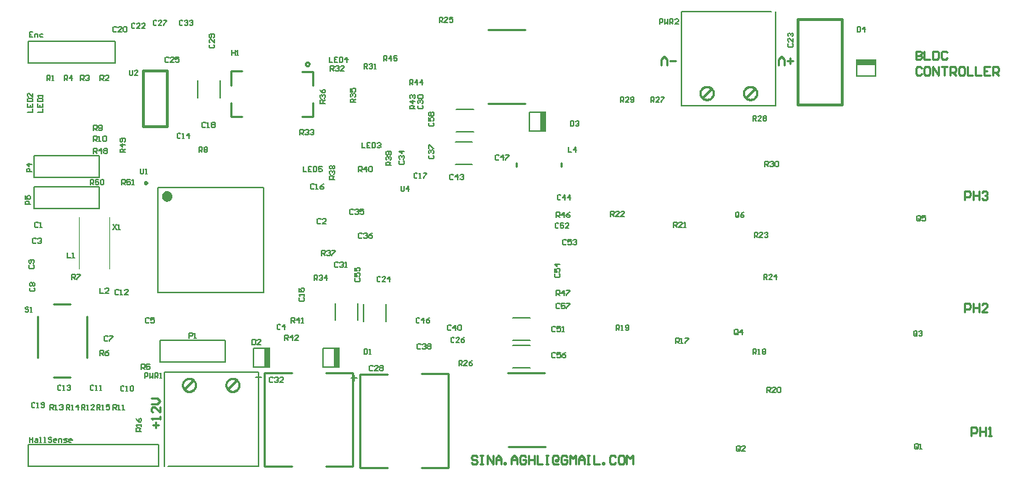
<source format=gto>
%FSTAX23Y23*%
%MOIN*%
%SFA1B1*%

%IPPOS*%
%ADD40C,0.010000*%
%ADD55C,0.023620*%
%ADD56C,0.009840*%
%ADD57C,0.007870*%
%ADD58C,0.011810*%
%ADD59C,0.005910*%
%ADD60C,0.003940*%
%ADD61C,0.007090*%
%ADD62R,0.031500X0.094490*%
%ADD63R,0.094490X0.031500*%
%LNpcbbldcdriver-1*%
%LPD*%
G54D40*
X04768Y03626D02*
D01*
X04768Y03628*
X04767Y03631*
X04767Y03633*
X04767Y03635*
X04766Y03637*
X04765Y03639*
X04764Y03641*
X04763Y03642*
X04762Y03644*
X04761Y03646*
X04759Y03647*
X04758Y03649*
X04756Y0365*
X04754Y03651*
X04753Y03652*
X04751Y03653*
X04749Y03654*
X04747Y03655*
X04745Y03656*
X04743Y03656*
X04741Y03656*
X04739Y03656*
X04737*
X04735Y03656*
X04732Y03656*
X0473Y03656*
X04728Y03655*
X04726Y03654*
X04724Y03653*
X04723Y03652*
X04721Y03651*
X04719Y0365*
X04718Y03649*
X04716Y03647*
X04715Y03646*
X04713Y03644*
X04712Y03642*
X04711Y03641*
X0471Y03639*
X04709Y03637*
X04709Y03635*
X04708Y03633*
X04708Y03631*
X04708Y03628*
X04708Y03626*
X04708Y03624*
X04708Y03622*
X04708Y0362*
X04709Y03618*
X04709Y03616*
X0471Y03614*
X04711Y03612*
X04712Y0361*
X04713Y03609*
X04715Y03607*
X04716Y03606*
X04718Y03604*
X04719Y03603*
X04721Y03601*
X04723Y036*
X04724Y03599*
X04726Y03599*
X04728Y03598*
X0473Y03597*
X04732Y03597*
X04735Y03596*
X04737Y03596*
X04739*
X04741Y03596*
X04743Y03597*
X04745Y03597*
X04747Y03598*
X04749Y03599*
X04751Y03599*
X04753Y036*
X04754Y03601*
X04756Y03603*
X04758Y03604*
X04759Y03606*
X04761Y03607*
X04762Y03609*
X04763Y0361*
X04764Y03612*
X04765Y03614*
X04766Y03616*
X04767Y03618*
X04767Y0362*
X04767Y03622*
X04768Y03624*
X04768Y03626*
X04968D02*
D01*
X04968Y03628*
X04967Y03631*
X04967Y03633*
X04967Y03635*
X04966Y03637*
X04965Y03639*
X04964Y03641*
X04963Y03642*
X04962Y03644*
X04961Y03646*
X04959Y03647*
X04958Y03649*
X04956Y0365*
X04954Y03651*
X04953Y03652*
X04951Y03653*
X04949Y03654*
X04947Y03655*
X04945Y03656*
X04943Y03656*
X04941Y03656*
X04939Y03656*
X04937*
X04935Y03656*
X04932Y03656*
X0493Y03656*
X04928Y03655*
X04926Y03654*
X04924Y03653*
X04923Y03652*
X04921Y03651*
X04919Y0365*
X04918Y03649*
X04916Y03647*
X04915Y03646*
X04913Y03644*
X04912Y03642*
X04911Y03641*
X0491Y03639*
X04909Y03637*
X04909Y03635*
X04908Y03633*
X04908Y03631*
X04908Y03628*
X04908Y03626*
X04908Y03624*
X04908Y03622*
X04908Y0362*
X04909Y03618*
X04909Y03616*
X0491Y03614*
X04911Y03612*
X04912Y0361*
X04913Y03609*
X04915Y03607*
X04916Y03606*
X04918Y03604*
X04919Y03603*
X04921Y03601*
X04923Y036*
X04924Y03599*
X04926Y03599*
X04928Y03598*
X0493Y03597*
X04932Y03597*
X04935Y03596*
X04937Y03596*
X04939*
X04941Y03596*
X04943Y03597*
X04945Y03597*
X04947Y03598*
X04949Y03599*
X04951Y03599*
X04953Y036*
X04954Y03601*
X04956Y03603*
X04958Y03604*
X04959Y03606*
X04961Y03607*
X04962Y03609*
X04963Y0361*
X04964Y03612*
X04965Y03614*
X04966Y03616*
X04967Y03618*
X04967Y0362*
X04967Y03622*
X04968Y03624*
X04968Y03626*
X03861Y03304D02*
D01*
X0386Y03296*
X0386Y03289*
X0386Y03289*
X04069Y03287D02*
D01*
X04069Y03295*
X04069Y03302*
X04068Y03305*
X02907Y03761D02*
D01*
X02907Y03761*
X02907Y03762*
X02907Y03762*
X02906Y03763*
X02906Y03763*
X02906Y03764*
X02906Y03764*
X02905Y03765*
X02905Y03765*
X02905Y03766*
X02904Y03766*
X02904Y03767*
X02904Y03767*
X02903Y03767*
X02903Y03768*
X02902Y03768*
X02902Y03768*
X02901Y03768*
X029Y03769*
X029Y03769*
X02899Y03769*
X02899Y03769*
X02898*
X02898Y03769*
X02897Y03769*
X02897Y03769*
X02896Y03768*
X02895Y03768*
X02895Y03768*
X02894Y03768*
X02894Y03767*
X02893Y03767*
X02893Y03767*
X02893Y03766*
X02892Y03766*
X02892Y03765*
X02892Y03765*
X02891Y03764*
X02891Y03764*
X02891Y03763*
X02891Y03763*
X0289Y03762*
X0289Y03762*
X0289Y03761*
X0289Y03761*
X0289Y0376*
X0289Y03759*
X0289Y03759*
X02891Y03758*
X02891Y03758*
X02891Y03757*
X02891Y03757*
X02892Y03756*
X02892Y03756*
X02892Y03755*
X02893Y03755*
X02893Y03754*
X02893Y03754*
X02894Y03754*
X02894Y03753*
X02895Y03753*
X02895Y03753*
X02896Y03753*
X02897Y03752*
X02897Y03752*
X02898Y03752*
X02898Y03752*
X02899*
X02899Y03752*
X029Y03752*
X029Y03752*
X02901Y03753*
X02902Y03753*
X02902Y03753*
X02903Y03753*
X02903Y03754*
X02904Y03754*
X02904Y03754*
X02904Y03755*
X02905Y03755*
X02905Y03756*
X02905Y03756*
X02906Y03757*
X02906Y03757*
X02906Y03758*
X02906Y03758*
X02907Y03759*
X02907Y03759*
X02907Y0376*
X02907Y03761*
X02585Y02283D02*
D01*
X02584Y02285*
X02584Y02287*
X02584Y02289*
X02583Y02291*
X02583Y02293*
X02582Y02295*
X02581Y02297*
X0258Y02299*
X02579Y023*
X02578Y02302*
X02576Y02303*
X02575Y02305*
X02573Y02306*
X02571Y02308*
X0257Y02309*
X02568Y0231*
X02566Y0231*
X02564Y02311*
X02562Y02312*
X0256Y02312*
X02558Y02313*
X02556Y02313*
X02553*
X02551Y02313*
X02549Y02312*
X02547Y02312*
X02545Y02311*
X02543Y0231*
X02541Y0231*
X02539Y02309*
X02538Y02308*
X02536Y02306*
X02534Y02305*
X02533Y02303*
X02531Y02302*
X0253Y023*
X02529Y02299*
X02528Y02297*
X02527Y02295*
X02526Y02293*
X02526Y02291*
X02525Y02289*
X02525Y02287*
X02525Y02285*
X02524Y02283*
X02525Y02281*
X02525Y02278*
X02525Y02276*
X02526Y02274*
X02526Y02272*
X02527Y0227*
X02528Y02268*
X02529Y02267*
X0253Y02265*
X02531Y02263*
X02533Y02262*
X02534Y0226*
X02536Y02259*
X02538Y02258*
X02539Y02257*
X02541Y02256*
X02543Y02255*
X02545Y02254*
X02547Y02253*
X02549Y02253*
X02551Y02253*
X02553Y02253*
X02556*
X02558Y02253*
X0256Y02253*
X02562Y02253*
X02564Y02254*
X02566Y02255*
X02568Y02256*
X0257Y02257*
X02571Y02258*
X02573Y02259*
X02575Y0226*
X02576Y02262*
X02578Y02263*
X02579Y02265*
X0258Y02267*
X02581Y02268*
X02582Y0227*
X02583Y02272*
X02583Y02274*
X02584Y02276*
X02584Y02278*
X02584Y02281*
X02585Y02283*
X02385D02*
D01*
X02384Y02285*
X02384Y02287*
X02384Y02289*
X02383Y02291*
X02383Y02293*
X02382Y02295*
X02381Y02297*
X0238Y02299*
X02379Y023*
X02378Y02302*
X02376Y02303*
X02375Y02305*
X02373Y02306*
X02371Y02308*
X0237Y02309*
X02368Y0231*
X02366Y0231*
X02364Y02311*
X02362Y02312*
X0236Y02312*
X02358Y02313*
X02356Y02313*
X02353*
X02351Y02313*
X02349Y02312*
X02347Y02312*
X02345Y02311*
X02343Y0231*
X02341Y0231*
X02339Y02309*
X02338Y02308*
X02336Y02306*
X02334Y02305*
X02333Y02303*
X02331Y02302*
X0233Y023*
X02329Y02299*
X02328Y02297*
X02327Y02295*
X02326Y02293*
X02326Y02291*
X02325Y02289*
X02325Y02287*
X02325Y02285*
X02324Y02283*
X02325Y02281*
X02325Y02278*
X02325Y02276*
X02326Y02274*
X02326Y02272*
X02327Y0227*
X02328Y02268*
X02329Y02267*
X0233Y02265*
X02331Y02263*
X02333Y02262*
X02334Y0226*
X02336Y02259*
X02338Y02258*
X02339Y02257*
X02341Y02256*
X02343Y02255*
X02345Y02254*
X02347Y02253*
X02349Y02253*
X02351Y02253*
X02353Y02253*
X02356*
X02358Y02253*
X0236Y02253*
X02362Y02253*
X02364Y02254*
X02366Y02255*
X02368Y02256*
X0237Y02257*
X02371Y02258*
X02373Y02259*
X02375Y0226*
X02376Y02262*
X02378Y02263*
X02379Y02265*
X0238Y02267*
X02381Y02268*
X02382Y0227*
X02383Y02272*
X02383Y02274*
X02384Y02276*
X02384Y02278*
X02384Y02281*
X02385Y02283*
X04718Y03605D02*
X04758Y03645D01*
X04918Y03605D02*
X04958Y03645D01*
X03142Y01903D02*
X03266D01*
X03423D02*
X03547D01*
X03142D02*
Y02332D01*
Y02333D02*
X03266D01*
X03549Y01905D02*
Y02334D01*
X03423Y02334D02*
X03547D01*
X02702Y01907D02*
X02826D01*
X02983D02*
X03107D01*
X02702D02*
Y02336D01*
Y02337D02*
X02826D01*
X03109Y01909D02*
Y02338D01*
X02983Y02338D02*
X03107D01*
X01883Y0241D02*
Y02597D01*
X01732Y02318D02*
X01808D01*
X01657Y0241D02*
Y02597D01*
X01732Y02656D02*
X01808D01*
X02549Y03517D02*
X02599D01*
X02549D02*
Y03581D01*
Y03727D02*
X02599D01*
X02549Y03663D02*
Y03727D01*
X02875Y03517D02*
X02925D01*
Y03581*
Y03661D02*
Y03725D01*
X02875D02*
X02925D01*
X02535Y02265D02*
X02575Y02305D01*
X02335Y02265D02*
X02375Y02305D01*
X03731Y03919D02*
X03901D01*
X03732Y03577D02*
X03902D01*
X03822Y02339D02*
X03992D01*
X03823Y01997D02*
X03993D01*
X057Y0382D02*
Y03781D01*
X05719*
X05726Y03787*
Y03794*
X05719Y038*
X057*
X05719*
X05726Y03807*
Y03814*
X05719Y0382*
X057*
X05739D02*
Y03781D01*
X05765*
X05778Y0382D02*
Y03781D01*
X05798*
X05804Y03787*
Y03814*
X05798Y0382*
X05778*
X05844Y03814D02*
X05837Y0382D01*
X05824*
X05818Y03814*
Y03787*
X05824Y03781*
X05837*
X05844Y03787*
X05726Y03742D02*
X05719Y03749D01*
X05706*
X057Y03742*
Y03716*
X05706Y0371*
X05719*
X05726Y03716*
X05759Y03749D02*
X05745D01*
X05739Y03742*
Y03716*
X05745Y0371*
X05759*
X05765Y03716*
Y03742*
X05759Y03749*
X05778Y0371D02*
Y03749D01*
X05804Y0371*
Y03749*
X05818D02*
X05844D01*
X05831*
Y0371*
X05857D02*
Y03749D01*
X05877*
X05883Y03742*
Y03729*
X05877Y03723*
X05857*
X0587D02*
X05883Y0371D01*
X05916Y03749D02*
X05903D01*
X05896Y03742*
Y03716*
X05903Y0371*
X05916*
X05923Y03716*
Y03742*
X05916Y03749*
X05936D02*
Y0371D01*
X05962*
X05975Y03749D02*
Y0371D01*
X06001*
X06041Y03749D02*
X06014D01*
Y0371*
X06041*
X06014Y03729D02*
X06027D01*
X06054Y0371D02*
Y03749D01*
X06073*
X0608Y03742*
Y03729*
X06073Y03723*
X06054*
X06067D02*
X0608Y0371D01*
X022Y02085D02*
Y02111D01*
X02187Y02098D02*
X02213D01*
X0222Y02124D02*
Y02137D01*
Y0213*
X0218*
X02187Y02124*
X0222Y02183D02*
Y02157D01*
X02193Y02183*
X02187*
X0218Y02176*
Y02163*
X02187Y02157*
X0218Y02196D02*
X02206D01*
X0222Y02209*
X02206Y02222*
X0218*
X04595Y03775D02*
X04568D01*
X04555Y03755D02*
Y03781D01*
X04542Y03795*
X04529Y03781*
Y03755*
X05135Y03775D02*
X05108D01*
X05121Y03762D02*
Y03788D01*
X05095Y03755D02*
Y03781D01*
X05082Y03795*
X05069Y03781*
Y03755*
X05955Y0205D02*
Y02089D01*
X05974*
X05981Y02082*
Y02069*
X05974Y02063*
X05955*
X05994Y02089D02*
Y0205D01*
Y02069*
X0602*
Y02089*
Y0205*
X06033D02*
X06046D01*
X0604*
Y02089*
X06033Y02082*
X05925Y0262D02*
Y02659D01*
X05944*
X05951Y02652*
Y02639*
X05944Y02633*
X05925*
X05964Y02659D02*
Y0262D01*
Y02639*
X0599*
Y02659*
Y0262*
X06029D02*
X06003D01*
X06029Y02646*
Y02652*
X06023Y02659*
X0601*
X06003Y02652*
X05925Y03135D02*
Y03174D01*
X05944*
X05951Y03167*
Y03154*
X05944Y03148*
X05925*
X05964Y03174D02*
Y03135D01*
Y03154*
X0599*
Y03174*
Y03135*
X06003Y03167D02*
X0601Y03174D01*
X06023*
X06029Y03167*
Y03161*
X06023Y03154*
X06016*
X06023*
X06029Y03148*
Y03141*
X06023Y03135*
X0601*
X06003Y03141*
X03681Y01952D02*
X03674Y01959D01*
X03661*
X03655Y01952*
Y01946*
X03661Y01939*
X03674*
X03681Y01933*
Y01926*
X03674Y0192*
X03661*
X03655Y01926*
X03694Y01959D02*
X03707D01*
X037*
Y0192*
X03694*
X03707*
X03727D02*
Y01959D01*
X03753Y0192*
Y01959*
X03766Y0192D02*
Y01946D01*
X03779Y01959*
X03792Y01946*
Y0192*
Y01939*
X03766*
X03805Y0192D02*
Y01926D01*
X03812*
Y0192*
X03805*
X03838D02*
Y01946D01*
X03851Y01959*
X03864Y01946*
Y0192*
Y01939*
X03838*
X03904Y01952D02*
X03897Y01959D01*
X03884*
X03878Y01952*
Y01926*
X03884Y0192*
X03897*
X03904Y01926*
Y01939*
X03891*
X03917Y01959D02*
Y0192D01*
Y01939*
X03943*
Y01959*
Y0192*
X03956Y01959D02*
Y0192D01*
X03982*
X03996Y01959D02*
X04009D01*
X04002*
Y0192*
X03996*
X04009*
X04048Y01933D02*
Y01939D01*
X04042*
Y01933*
X04048*
X04055Y01939*
Y01952*
X04048Y01959*
X04035*
X04028Y01952*
Y01926*
X04035Y0192*
X04055*
X04094Y01952D02*
X04087Y01959D01*
X04074*
X04068Y01952*
Y01926*
X04074Y0192*
X04087*
X04094Y01926*
Y01939*
X04081*
X04107Y0192D02*
Y01959D01*
X0412Y01946*
X04133Y01959*
Y0192*
X04146D02*
Y01946D01*
X0416Y01959*
X04173Y01946*
Y0192*
Y01939*
X04146*
X04186Y01959D02*
X04199D01*
X04192*
Y0192*
X04186*
X04199*
X04219Y01959D02*
Y0192D01*
X04245*
X04258D02*
Y01926D01*
X04265*
Y0192*
X04258*
X04317Y01952D02*
X0431Y01959D01*
X04297*
X04291Y01952*
Y01926*
X04297Y0192*
X0431*
X04317Y01926*
X0435Y01959D02*
X04337D01*
X0433Y01952*
Y01926*
X04337Y0192*
X0435*
X04356Y01926*
Y01952*
X0435Y01959*
X04369Y0192D02*
Y01959D01*
X04383Y01946*
X04396Y01959*
Y0192*
G54D55*
X02263Y03152D02*
D01*
X02263Y03153*
X02263Y03154*
X02263Y03155*
X02263Y03156*
X02263Y03156*
X02262Y03157*
X02262Y03158*
X02262Y03159*
X02261Y03159*
X02261Y0316*
X0226Y0316*
X0226Y03161*
X02259Y03162*
X02258Y03162*
X02258Y03162*
X02257Y03163*
X02256Y03163*
X02255Y03163*
X02254Y03164*
X02254Y03164*
X02253Y03164*
X02252Y03164*
X02251*
X0225Y03164*
X0225Y03164*
X02249Y03164*
X02248Y03163*
X02247Y03163*
X02246Y03163*
X02246Y03162*
X02245Y03162*
X02244Y03162*
X02244Y03161*
X02243Y0316*
X02243Y0316*
X02242Y03159*
X02242Y03159*
X02241Y03158*
X02241Y03157*
X02241Y03156*
X0224Y03156*
X0224Y03155*
X0224Y03154*
X0224Y03153*
X0224Y03152*
X0224Y03151*
X0224Y03151*
X0224Y0315*
X0224Y03149*
X02241Y03148*
X02241Y03147*
X02241Y03147*
X02242Y03146*
X02242Y03145*
X02243Y03145*
X02243Y03144*
X02244Y03143*
X02244Y03143*
X02245Y03142*
X02246Y03142*
X02246Y03142*
X02247Y03141*
X02248Y03141*
X02249Y03141*
X0225Y03141*
X0225Y03141*
X02251Y0314*
X02252*
X02253Y03141*
X02254Y03141*
X02254Y03141*
X02255Y03141*
X02256Y03141*
X02257Y03142*
X02258Y03142*
X02258Y03142*
X02259Y03143*
X0226Y03143*
X0226Y03144*
X02261Y03145*
X02261Y03145*
X02262Y03146*
X02262Y03147*
X02262Y03147*
X02263Y03148*
X02263Y03149*
X02263Y0315*
X02263Y03151*
X02263Y03151*
X02263Y03152*
G54D56*
X0216Y03213D02*
D01*
X0216Y03214*
X0216Y03214*
X0216Y03214*
X0216Y03215*
X0216Y03215*
X0216Y03215*
X0216Y03216*
X02159Y03216*
X02159Y03216*
X02159Y03216*
X02159Y03217*
X02158Y03217*
X02158Y03217*
X02158Y03217*
X02158Y03218*
X02157Y03218*
X02157Y03218*
X02157Y03218*
X02156Y03218*
X02156Y03218*
X02156Y03218*
X02155Y03218*
X02155*
X02155Y03218*
X02154Y03218*
X02154Y03218*
X02154Y03218*
X02153Y03218*
X02153Y03218*
X02153Y03218*
X02152Y03217*
X02152Y03217*
X02152Y03217*
X02152Y03217*
X02151Y03216*
X02151Y03216*
X02151Y03216*
X02151Y03216*
X02151Y03215*
X02151Y03215*
X0215Y03215*
X0215Y03214*
X0215Y03214*
X0215Y03214*
X0215Y03213*
X0215Y03213*
X0215Y03213*
X0215Y03212*
X0215Y03212*
X02151Y03212*
X02151Y03211*
X02151Y03211*
X02151Y03211*
X02151Y0321*
X02151Y0321*
X02152Y0321*
X02152Y0321*
X02152Y03209*
X02152Y03209*
X02153Y03209*
X02153Y03209*
X02153Y03209*
X02154Y03209*
X02154Y03209*
X02154Y03208*
X02155Y03208*
X02155Y03208*
X02155*
X02156Y03208*
X02156Y03208*
X02156Y03209*
X02157Y03209*
X02157Y03209*
X02157Y03209*
X02158Y03209*
X02158Y03209*
X02158Y03209*
X02158Y0321*
X02159Y0321*
X02159Y0321*
X02159Y0321*
X02159Y03211*
X0216Y03211*
X0216Y03211*
X0216Y03212*
X0216Y03212*
X0216Y03212*
X0216Y03213*
X0216Y03213*
X0216Y03213*
G54D57*
X01615Y03765D02*
Y03865D01*
X02015*
X01615Y03765D02*
X02015D01*
Y03865*
X01615Y0201D02*
X02215D01*
X01615Y0191D02*
X02215D01*
Y0201*
X01615Y0191D02*
Y0201D01*
X0462Y04001D02*
X04836D01*
X0462Y03568D02*
Y04001D01*
Y03568D02*
X04836D01*
X05053D02*
Y04001D01*
X04836D02*
X05033D01*
X04836Y03568D02*
X05053D01*
X03261Y02576D02*
Y02654D01*
X03158Y02576D02*
Y02654D01*
X03845Y02363D02*
X03923D01*
X03845Y02466D02*
X03923D01*
X03845Y02488D02*
X03923D01*
X03845Y02591D02*
X03923D01*
X0392Y03451D02*
X03995D01*
X0392Y03538D02*
X03995D01*
X0392Y03451D02*
Y03538D01*
X0358Y03298D02*
X03658D01*
X0358Y03401D02*
X03658D01*
X03585Y03448D02*
X03663D01*
X03585Y03551D02*
X03663D01*
X03028Y02581D02*
Y02659D01*
X03131Y02581D02*
Y02659D01*
X0297Y02366D02*
X03045D01*
X0297Y02453D02*
X03045D01*
X0297Y02366D02*
Y02453D01*
X0265Y02366D02*
X02725D01*
X0265Y02453D02*
X02725D01*
X0265Y02366D02*
Y02453D01*
X0222Y0239D02*
Y0249D01*
X0252*
Y0239D02*
Y0249D01*
X0222Y0239D02*
X0252D01*
X0164Y0334D02*
X0194D01*
X0164Y0324D02*
Y0334D01*
Y0324D02*
X0194D01*
Y0334*
X0164Y03195D02*
X0194D01*
X0164Y03095D02*
Y03195D01*
Y03095D02*
X0194D01*
Y03195*
X02212Y02707D02*
X02697D01*
X02212Y03192D02*
X02697D01*
Y02707D02*
Y03192D01*
X02212Y02707D02*
Y03192D01*
X02496Y03606D02*
Y03684D01*
X02393Y03606D02*
Y03684D01*
X02456Y01908D02*
X02673D01*
Y02341*
X02456D02*
X02673D01*
X0224Y01908D02*
Y02341D01*
X02259Y01908D02*
X02456D01*
X0224Y02341D02*
X02456D01*
X05513Y03705D02*
Y0378D01*
X05426Y03705D02*
Y0378D01*
Y03705D02*
X05513D01*
G54D58*
X05163Y03966D02*
X0536D01*
X05163Y03573D02*
X0536D01*
X05159D02*
Y03966D01*
X0536Y03573D02*
Y03966D01*
X02255Y03472D02*
Y03728D01*
X02143Y03472D02*
X02255D01*
X02143D02*
Y03728D01*
X02255*
G54D59*
X031Y02314D02*
X03126D01*
X03113Y02301D02*
Y02327D01*
X0266Y02318D02*
X02686D01*
X02673Y02305D02*
Y02331D01*
G54D60*
X01986Y0282D02*
Y03056D01*
X01848Y0282D02*
Y03056D01*
G54D61*
X01635Y03908D02*
X0162D01*
Y03885*
X01635*
X0162Y03896D02*
X01627D01*
X01643Y03885D02*
Y039D01*
X01655*
X01659Y03896*
Y03885*
X01682Y039D02*
X01671D01*
X01667Y03896*
Y03888*
X01671Y03885*
X01682*
X0162Y02043D02*
Y0202D01*
Y02031*
X01635*
Y02043*
Y0202*
X01647Y02035D02*
X01655D01*
X01659Y02031*
Y0202*
X01647*
X01643Y02023*
X01647Y02027*
X01659*
X01667Y0202D02*
X01675D01*
X01671*
Y02043*
X01667*
X01686Y0202D02*
X01694D01*
X0169*
Y02043*
X01686*
X01722Y02039D02*
X01718Y02043D01*
X0171*
X01706Y02039*
Y02035*
X0171Y02031*
X01718*
X01722Y02027*
Y02023*
X01718Y0202*
X0171*
X01706Y02023*
X01742Y0202D02*
X01734D01*
X0173Y02023*
Y02031*
X01734Y02035*
X01742*
X01745Y02031*
Y02027*
X0173*
X01753Y0202D02*
Y02035D01*
X01765*
X01769Y02031*
Y0202*
X01777D02*
X01789D01*
X01793Y02023*
X01789Y02027*
X01781*
X01777Y02031*
X01781Y02035*
X01793*
X01812Y0202D02*
X01804D01*
X01801Y02023*
Y02031*
X01804Y02035*
X01812*
X01816Y02031*
Y02027*
X01801*
X0452Y03945D02*
Y03968D01*
X04531*
X04535Y03964*
Y03956*
X04531Y03952*
X0452*
X04543Y03968D02*
Y03945D01*
X04551Y03952*
X04559Y03945*
Y03968*
X04567Y03945D02*
Y03968D01*
X04579*
X04582Y03964*
Y03956*
X04579Y03952*
X04567*
X04575D02*
X04582Y03945D01*
X04606D02*
X0459D01*
X04606Y0396*
Y03964*
X04602Y03968*
X04594*
X0459Y03964*
X05115Y03855D02*
X05111Y03851D01*
Y03843*
X05115Y0384*
X05131*
X05135Y03843*
Y03851*
X05131Y03855*
X05135Y03879D02*
Y03863D01*
X05119Y03879*
X05115*
X05111Y03875*
Y03867*
X05115Y03863*
Y03887D02*
X05111Y03891D01*
Y03899*
X05115Y03902*
X05119*
X05123Y03899*
Y03895*
Y03899*
X05127Y03902*
X05131*
X05135Y03899*
Y03891*
X05131Y03887*
X0571Y01993D02*
Y02009D01*
X05706Y02013*
X05698*
X05695Y02009*
Y01993*
X05698Y0199*
X05706*
X05702Y01997D02*
X0571Y0199D01*
X05706D02*
X0571Y01993D01*
X05718Y0199D02*
X05726D01*
X05722*
Y02013*
X05718Y02009*
X05705Y02513D02*
Y02529D01*
X05701Y02533*
X05693*
X0569Y02529*
Y02513*
X05693Y0251*
X05701*
X05697Y02517D02*
X05705Y0251D01*
X05701D02*
X05705Y02513D01*
X05713Y02529D02*
X05717Y02533D01*
X05725*
X05729Y02529*
Y02525*
X05725Y02521*
X05721*
X05725*
X05729Y02517*
Y02513*
X05725Y0251*
X05717*
X05713Y02513*
X0572Y03043D02*
Y03059D01*
X05716Y03063*
X05708*
X05705Y03059*
Y03043*
X05708Y0304*
X05716*
X05712Y03047D02*
X0572Y0304D01*
X05716D02*
X0572Y03043D01*
X05744Y03063D02*
X05728D01*
Y03051*
X05736Y03055*
X0574*
X05744Y03051*
Y03043*
X0574Y0304*
X05732*
X05728Y03043*
X04885Y03058D02*
Y03074D01*
X04881Y03078*
X04873*
X0487Y03074*
Y03058*
X04873Y03055*
X04881*
X04877Y03062D02*
X04885Y03055D01*
X04881D02*
X04885Y03058D01*
X04909Y03078D02*
X04901Y03074D01*
X04893Y03066*
Y03058*
X04897Y03055*
X04905*
X04909Y03058*
Y03062*
X04905Y03066*
X04893*
X0488Y02518D02*
Y02534D01*
X04876Y02538*
X04868*
X04865Y02534*
Y02518*
X04868Y02515*
X04876*
X04872Y02522D02*
X0488Y02515D01*
X04876D02*
X0488Y02518D01*
X049Y02515D02*
Y02538D01*
X04888Y02526*
X04904*
X0489Y01983D02*
Y01999D01*
X04886Y02003*
X04878*
X04875Y01999*
Y01983*
X04878Y0198*
X04886*
X04882Y01987D02*
X0489Y0198D01*
X04886D02*
X0489Y01983D01*
X04914Y0198D02*
X04898D01*
X04914Y01995*
Y01999*
X0491Y02003*
X04902*
X04898Y01999*
X03235Y02779D02*
X03231Y02783D01*
X03223*
X0322Y02779*
Y02763*
X03223Y0276*
X03231*
X03235Y02763*
X03259Y0276D02*
X03243D01*
X03259Y02775*
Y02779*
X03255Y02783*
X03247*
X03243Y02779*
X03279Y0276D02*
Y02783D01*
X03267Y02771*
X03282*
X03415Y02589D02*
X03411Y02593D01*
X03403*
X034Y02589*
Y02573*
X03403Y0257*
X03411*
X03415Y02573*
X03435Y0257D02*
Y02593D01*
X03423Y02581*
X03439*
X03462Y02593D02*
X03455Y02589D01*
X03447Y02581*
Y02573*
X03451Y0257*
X03459*
X03462Y02573*
Y02577*
X03459Y02581*
X03447*
X0342Y02469D02*
X03416Y02473D01*
X03408*
X03405Y02469*
Y02453*
X03408Y0245*
X03416*
X0342Y02453*
X03428Y02469D02*
X03432Y02473D01*
X0344*
X03444Y02469*
Y02465*
X0344Y02461*
X03436*
X0344*
X03444Y02457*
Y02453*
X0344Y0245*
X03432*
X03428Y02453*
X03452Y02469D02*
X03456Y02473D01*
X03464*
X03467Y02469*
Y02465*
X03464Y02461*
X03467Y02457*
Y02453*
X03464Y0245*
X03456*
X03452Y02453*
Y02457*
X03456Y02461*
X03452Y02465*
Y02469*
X03456Y02461D02*
X03464D01*
X03575Y02499D02*
X03571Y02503D01*
X03563*
X0356Y02499*
Y02483*
X03563Y0248*
X03571*
X03575Y02483*
X03599Y0248D02*
X03583D01*
X03599Y02495*
Y02499*
X03595Y02503*
X03587*
X03583Y02499*
X03622Y02503D02*
X03615Y02499D01*
X03607Y02491*
Y02483*
X03611Y0248*
X03619*
X03622Y02483*
Y02487*
X03619Y02491*
X03607*
X0356Y02554D02*
X03556Y02558D01*
X03548*
X03545Y02554*
Y02538*
X03548Y02535*
X03556*
X0356Y02538*
X0358Y02535D02*
Y02558D01*
X03568Y02546*
X03584*
X03592Y02554D02*
X03596Y02558D01*
X03604*
X03607Y02554*
Y02538*
X03604Y02535*
X03596*
X03592Y02538*
Y02554*
X0404Y02429D02*
X04036Y02433D01*
X04028*
X04025Y02429*
Y02413*
X04028Y0241*
X04036*
X0404Y02413*
X04064Y02433D02*
X04048D01*
Y02421*
X04056Y02425*
X0406*
X04064Y02421*
Y02413*
X0406Y0241*
X04052*
X04048Y02413*
X04087Y02433D02*
X0408Y02429D01*
X04072Y02421*
Y02413*
X04076Y0241*
X04084*
X04087Y02413*
Y02417*
X04084Y02421*
X04072*
X0404Y02549D02*
X04036Y02553D01*
X04028*
X04025Y02549*
Y02533*
X04028Y0253*
X04036*
X0404Y02533*
X04064Y02553D02*
X04048D01*
Y02541*
X04056Y02545*
X0406*
X04064Y02541*
Y02533*
X0406Y0253*
X04052*
X04048Y02533*
X04072Y0253D02*
X0408D01*
X04076*
Y02553*
X04072Y02549*
X0406Y02654D02*
X04056Y02658D01*
X04048*
X04045Y02654*
Y02638*
X04048Y02635*
X04056*
X0406Y02638*
X04084Y02658D02*
X04068D01*
Y02646*
X04076Y0265*
X0408*
X04084Y02646*
Y02638*
X0408Y02635*
X04072*
X04068Y02638*
X04092Y02658D02*
X04107D01*
Y02654*
X04092Y02638*
Y02635*
X04045Y02695D02*
Y02718D01*
X04056*
X0406Y02714*
Y02706*
X04056Y02702*
X04045*
X04052D02*
X0406Y02695D01*
X0408D02*
Y02718D01*
X04068Y02706*
X04084*
X04092Y02718D02*
X04107D01*
Y02714*
X04092Y02698*
Y02695*
X0404Y02795D02*
X04036Y02791D01*
Y02783*
X0404Y0278*
X04056*
X0406Y02783*
Y02791*
X04056Y02795*
X04036Y02819D02*
Y02803D01*
X04048*
X04044Y02811*
Y02815*
X04048Y02819*
X04056*
X0406Y02815*
Y02807*
X04056Y02803*
X0406Y02839D02*
X04036D01*
X04048Y02827*
Y02842*
X0409Y02949D02*
X04086Y02953D01*
X04078*
X04075Y02949*
Y02933*
X04078Y0293*
X04086*
X0409Y02933*
X04114Y02953D02*
X04098D01*
Y02941*
X04106Y02945*
X0411*
X04114Y02941*
Y02933*
X0411Y0293*
X04102*
X04098Y02933*
X04122Y02949D02*
X04126Y02953D01*
X04134*
X04137Y02949*
Y02945*
X04134Y02941*
X0413*
X04134*
X04137Y02937*
Y02933*
X04134Y0293*
X04126*
X04122Y02933*
X04055Y03024D02*
X04051Y03028D01*
X04043*
X0404Y03024*
Y03008*
X04043Y03005*
X04051*
X04055Y03008*
X04079Y03028D02*
X04063D01*
Y03016*
X04071Y0302*
X04075*
X04079Y03016*
Y03008*
X04075Y03005*
X04067*
X04063Y03008*
X04102Y03005D02*
X04087D01*
X04102Y0302*
Y03024*
X04099Y03028*
X04091*
X04087Y03024*
X04045Y03055D02*
Y03078D01*
X04056*
X0406Y03074*
Y03066*
X04056Y03062*
X04045*
X04052D02*
X0406Y03055D01*
X0408D02*
Y03078D01*
X04068Y03066*
X04084*
X04107Y03078D02*
X041Y03074D01*
X04092Y03066*
Y03058*
X04096Y03055*
X04104*
X04107Y03058*
Y03062*
X04104Y03066*
X04092*
X04065Y03154D02*
X04061Y03158D01*
X04053*
X0405Y03154*
Y03138*
X04053Y03135*
X04061*
X04065Y03138*
X04085Y03135D02*
Y03158D01*
X04073Y03146*
X04089*
X04109Y03135D02*
Y03158D01*
X04097Y03146*
X04112*
X041Y03378D02*
Y03355D01*
X04115*
X04135D02*
Y03378D01*
X04123Y03366*
X04139*
X0411Y03498D02*
Y03475D01*
X04121*
X04125Y03478*
Y03494*
X04121Y03498*
X0411*
X04133Y03494D02*
X04137Y03498D01*
X04145*
X04149Y03494*
Y0349*
X04145Y03486*
X04141*
X04145*
X04149Y03482*
Y03478*
X04145Y03475*
X04137*
X04133Y03478*
X0378Y03339D02*
X03776Y03343D01*
X03768*
X03765Y03339*
Y03323*
X03768Y0332*
X03776*
X0378Y03323*
X038Y0332D02*
Y03343D01*
X03788Y03331*
X03804*
X03812Y03343D02*
X03827D01*
Y03339*
X03812Y03323*
Y0332*
X0357Y03249D02*
X03566Y03253D01*
X03558*
X03555Y03249*
Y03233*
X03558Y0323*
X03566*
X0357Y03233*
X0359Y0323D02*
Y03253D01*
X03578Y03241*
X03594*
X03602Y03249D02*
X03606Y03253D01*
X03614*
X03617Y03249*
Y03245*
X03614Y03241*
X0361*
X03614*
X03617Y03237*
Y03233*
X03614Y0323*
X03606*
X03602Y03233*
X03405Y03254D02*
X03401Y03258D01*
X03393*
X0339Y03254*
Y03238*
X03393Y03235*
X03401*
X03405Y03238*
X03413Y03235D02*
X03421D01*
X03417*
Y03258*
X03413Y03254*
X03433Y03258D02*
X03449D01*
Y03254*
X03433Y03238*
Y03235*
X0333Y03198D02*
Y03178D01*
X03333Y03175*
X03341*
X03345Y03178*
Y03198*
X03365Y03175D02*
Y03198D01*
X03353Y03186*
X03369*
X0346Y0334D02*
X03456Y03336D01*
Y03328*
X0346Y03325*
X03476*
X0348Y03328*
Y03336*
X03476Y0334*
X0346Y03348D02*
X03456Y03352D01*
Y0336*
X0346Y03364*
X03464*
X03468Y0336*
Y03356*
Y0336*
X03472Y03364*
X03476*
X0348Y0336*
Y03352*
X03476Y03348*
X03456Y03372D02*
Y03387D01*
X0346*
X03476Y03372*
X0348*
X0346Y0349D02*
X03456Y03486D01*
Y03478*
X0346Y03475*
X03476*
X0348Y03478*
Y03486*
X03476Y0349*
X03456Y03514D02*
Y03498D01*
X03468*
X03464Y03506*
Y0351*
X03468Y03514*
X03476*
X0348Y0351*
Y03502*
X03476Y03498*
X0346Y03522D02*
X03456Y03526D01*
Y03534*
X0346Y03537*
X03464*
X03468Y03534*
X03472Y03537*
X03476*
X0348Y03534*
Y03526*
X03476Y03522*
X03472*
X03468Y03526*
X03464Y03522*
X0346*
X03468Y03526D02*
Y03534D01*
X03395Y03555D02*
X03371D01*
Y03566*
X03375Y0357*
X03383*
X03387Y03566*
Y03555*
Y03562D02*
X03395Y0357D01*
Y0359D02*
X03371D01*
X03383Y03578*
Y03594*
X03375Y03602D02*
X03371Y03606D01*
Y03614*
X03375Y03617*
X03379*
X03383Y03614*
Y0361*
Y03614*
X03387Y03617*
X03391*
X03395Y03614*
Y03606*
X03391Y03602*
X03325Y03315D02*
X03321Y03311D01*
Y03303*
X03325Y033*
X03341*
X03345Y03303*
Y03311*
X03341Y03315*
X03325Y03323D02*
X03321Y03327D01*
Y03335*
X03325Y03339*
X03329*
X03333Y03335*
Y03331*
Y03335*
X03337Y03339*
X03341*
X03345Y03335*
Y03327*
X03341Y03323*
X03345Y03359D02*
X03321D01*
X03333Y03347*
Y03362*
X03285Y03295D02*
X03261D01*
Y03306*
X03265Y0331*
X03273*
X03277Y03306*
Y03295*
Y03302D02*
X03285Y0331D01*
X03265Y03318D02*
X03261Y03322D01*
Y0333*
X03265Y03334*
X03269*
X03273Y0333*
Y03326*
Y0333*
X03277Y03334*
X03281*
X03285Y0333*
Y03322*
X03281Y03318*
Y03342D02*
X03285Y03346D01*
Y03354*
X03281Y03357*
X03265*
X03261Y03354*
Y03346*
X03265Y03342*
X03269*
X03273Y03346*
Y03357*
X0341Y0357D02*
X03406Y03566D01*
Y03558*
X0341Y03555*
X03426*
X0343Y03558*
Y03566*
X03426Y0357*
X0341Y03578D02*
X03406Y03582D01*
Y0359*
X0341Y03594*
X03414*
X03418Y0359*
Y03586*
Y0359*
X03422Y03594*
X03426*
X0343Y0359*
Y03582*
X03426Y03578*
X0341Y03602D02*
X03406Y03606D01*
Y03614*
X0341Y03617*
X03426*
X0343Y03614*
Y03606*
X03426Y03602*
X0341*
X0337Y03665D02*
Y03688D01*
X03381*
X03385Y03684*
Y03676*
X03381Y03672*
X0337*
X03377D02*
X03385Y03665D01*
X03405D02*
Y03688D01*
X03393Y03676*
X03409*
X03429Y03665D02*
Y03688D01*
X03417Y03676*
X03432*
X0325Y03775D02*
Y03798D01*
X03261*
X03265Y03794*
Y03786*
X03261Y03782*
X0325*
X03257D02*
X03265Y03775D01*
X03285D02*
Y03798D01*
X03273Y03786*
X03289*
X03312Y03798D02*
X03297D01*
Y03786*
X03305Y0379*
X03309*
X03312Y03786*
Y03778*
X03309Y03775*
X03301*
X03297Y03778*
X0315Y03398D02*
Y03375D01*
X03165*
X03189Y03398D02*
X03173D01*
Y03375*
X03189*
X03173Y03386D02*
X03181D01*
X03197Y03398D02*
Y03375D01*
X03209*
X03212Y03378*
Y03394*
X03209Y03398*
X03197*
X0322Y03394D02*
X03224Y03398D01*
X03232*
X03236Y03394*
Y0339*
X03232Y03386*
X03228*
X03232*
X03236Y03382*
Y03378*
X03232Y03375*
X03224*
X0322Y03378*
X0316Y0374D02*
Y03763D01*
X03171*
X03175Y03759*
Y03751*
X03171Y03747*
X0316*
X03167D02*
X03175Y0374D01*
X03183Y03759D02*
X03187Y03763D01*
X03195*
X03199Y03759*
Y03755*
X03195Y03751*
X03191*
X03195*
X03199Y03747*
Y03743*
X03195Y0374*
X03187*
X03183Y03743*
X03207Y0374D02*
X03215D01*
X03211*
Y03763*
X03207Y03759*
X0312Y03585D02*
X03096D01*
Y03596*
X031Y036*
X03108*
X03112Y03596*
Y03585*
Y03592D02*
X0312Y036D01*
X031Y03608D02*
X03096Y03612D01*
Y0362*
X031Y03624*
X03104*
X03108Y0362*
Y03616*
Y0362*
X03112Y03624*
X03116*
X0312Y0362*
Y03612*
X03116Y03608*
X03096Y03647D02*
Y03632D01*
X03108*
X03104Y0364*
Y03644*
X03108Y03647*
X03116*
X0312Y03644*
Y03636*
X03116Y03632*
X03005Y0373D02*
Y03753D01*
X03016*
X0302Y03749*
Y03741*
X03016Y03737*
X03005*
X03012D02*
X0302Y0373D01*
X03028Y03749D02*
X03032Y03753D01*
X0304*
X03044Y03749*
Y03745*
X0304Y03741*
X03036*
X0304*
X03044Y03737*
Y03733*
X0304Y0373*
X03032*
X03028Y03733*
X03067Y0373D02*
X03052D01*
X03067Y03745*
Y03749*
X03064Y03753*
X03056*
X03052Y03749*
X03Y03793D02*
Y0377D01*
X03015*
X03039Y03793D02*
X03023D01*
Y0377*
X03039*
X03023Y03781D02*
X03031D01*
X03047Y03793D02*
Y0377D01*
X03059*
X03062Y03773*
Y03789*
X03059Y03793*
X03047*
X03082Y0377D02*
Y03793D01*
X0307Y03781*
X03086*
X0298Y0358D02*
X02956D01*
Y03591*
X0296Y03595*
X02968*
X02972Y03591*
Y0358*
Y03587D02*
X0298Y03595D01*
X0296Y03603D02*
X02956Y03607D01*
Y03615*
X0296Y03619*
X02964*
X02968Y03615*
Y03611*
Y03615*
X02972Y03619*
X02976*
X0298Y03615*
Y03607*
X02976Y03603*
X02956Y03642D02*
X0296Y03635D01*
X02968Y03627*
X02976*
X0298Y03631*
Y03639*
X02976Y03642*
X02972*
X02968Y03639*
Y03627*
X03025Y0323D02*
X03001D01*
Y03241*
X03005Y03245*
X03013*
X03017Y03241*
Y0323*
Y03237D02*
X03025Y03245D01*
X03005Y03253D02*
X03001Y03257D01*
Y03265*
X03005Y03269*
X03009*
X03013Y03265*
Y03261*
Y03265*
X03017Y03269*
X03021*
X03025Y03265*
Y03257*
X03021Y03253*
X03005Y03277D02*
X03001Y03281D01*
Y03289*
X03005Y03292*
X03009*
X03013Y03289*
X03017Y03292*
X03021*
X03025Y03289*
Y03281*
X03021Y03277*
X03017*
X03013Y03281*
X03009Y03277*
X03005*
X03013Y03281D02*
Y03289D01*
X02865Y03435D02*
Y03458D01*
X02876*
X0288Y03454*
Y03446*
X02876Y03442*
X02865*
X02872D02*
X0288Y03435D01*
X02888Y03454D02*
X02892Y03458D01*
X029*
X02904Y03454*
Y0345*
X029Y03446*
X02896*
X029*
X02904Y03442*
Y03438*
X029Y03435*
X02892*
X02888Y03438*
X02912Y03454D02*
X02916Y03458D01*
X02924*
X02927Y03454*
Y0345*
X02924Y03446*
X0292*
X02924*
X02927Y03442*
Y03438*
X02924Y03435*
X02916*
X02912Y03438*
X0288Y03288D02*
Y03265D01*
X02895*
X02919Y03288D02*
X02903D01*
Y03265*
X02919*
X02903Y03276D02*
X02911D01*
X02927Y03288D02*
Y03265D01*
X02939*
X02942Y03268*
Y03284*
X02939Y03288*
X02927*
X02966D02*
X0295D01*
Y03276*
X02958Y0328*
X02962*
X02966Y03276*
Y03268*
X02962Y03265*
X02954*
X0295Y03268*
X03135Y03265D02*
Y03288D01*
X03146*
X0315Y03284*
Y03276*
X03146Y03272*
X03135*
X03142D02*
X0315Y03265D01*
X0317D02*
Y03288D01*
X03158Y03276*
X03174*
X03182Y03284D02*
X03186Y03288D01*
X03194*
X03197Y03284*
Y03268*
X03194Y03265*
X03186*
X03182Y03268*
Y03284*
X0293Y03204D02*
X02926Y03208D01*
X02918*
X02915Y03204*
Y03188*
X02918Y03185*
X02926*
X0293Y03188*
X02938Y03185D02*
X02946D01*
X02942*
Y03208*
X02938Y03204*
X02974Y03208D02*
X02966Y03204D01*
X02958Y03196*
Y03188*
X02962Y03185*
X0297*
X02974Y03188*
Y03192*
X0297Y03196*
X02958*
X0296Y03044D02*
X02956Y03048D01*
X02948*
X02945Y03044*
Y03028*
X02948Y03025*
X02956*
X0296Y03028*
X02984Y03025D02*
X02968D01*
X02984Y0304*
Y03044*
X0298Y03048*
X02972*
X02968Y03044*
X0311Y03089D02*
X03106Y03093D01*
X03098*
X03095Y03089*
Y03073*
X03098Y0307*
X03106*
X0311Y03073*
X03118Y03089D02*
X03122Y03093D01*
X0313*
X03134Y03089*
Y03085*
X0313Y03081*
X03126*
X0313*
X03134Y03077*
Y03073*
X0313Y0307*
X03122*
X03118Y03073*
X03157Y03093D02*
X03142D01*
Y03081*
X0315Y03085*
X03154*
X03157Y03081*
Y03073*
X03154Y0307*
X03146*
X03142Y03073*
X0315Y02979D02*
X03146Y02983D01*
X03138*
X03135Y02979*
Y02963*
X03138Y0296*
X03146*
X0315Y02963*
X03158Y02979D02*
X03162Y02983D01*
X0317*
X03174Y02979*
Y02975*
X0317Y02971*
X03166*
X0317*
X03174Y02967*
Y02963*
X0317Y0296*
X03162*
X03158Y02963*
X03197Y02983D02*
X0319Y02979D01*
X03182Y02971*
Y02963*
X03186Y0296*
X03194*
X03197Y02963*
Y02967*
X03194Y02971*
X03182*
X02965Y0288D02*
Y02903D01*
X02976*
X0298Y02899*
Y02891*
X02976Y02887*
X02965*
X02972D02*
X0298Y0288D01*
X02988Y02899D02*
X02992Y02903D01*
X03*
X03004Y02899*
Y02895*
X03Y02891*
X02996*
X03*
X03004Y02887*
Y02883*
X03Y0288*
X02992*
X02988Y02883*
X03012Y02903D02*
X03027D01*
Y02899*
X03012Y02883*
Y0288*
X0304Y02844D02*
X03036Y02848D01*
X03028*
X03025Y02844*
Y02828*
X03028Y02825*
X03036*
X0304Y02828*
X03048Y02844D02*
X03052Y02848D01*
X0306*
X03064Y02844*
Y0284*
X0306Y02836*
X03056*
X0306*
X03064Y02832*
Y02828*
X0306Y02825*
X03052*
X03048Y02828*
X03072Y02825D02*
X0308D01*
X03076*
Y02848*
X03072Y02844*
X0312Y02775D02*
X03116Y02771D01*
Y02763*
X0312Y0276*
X03136*
X0314Y02763*
Y02771*
X03136Y02775*
X03116Y02799D02*
Y02783D01*
X03128*
X03124Y02791*
Y02795*
X03128Y02799*
X03136*
X0314Y02795*
Y02787*
X03136Y02783*
X03116Y02822D02*
Y02807D01*
X03128*
X03124Y02815*
Y02819*
X03128Y02822*
X03136*
X0314Y02819*
Y02811*
X03136Y02807*
X0293Y02765D02*
Y02788D01*
X02941*
X02945Y02784*
Y02776*
X02941Y02772*
X0293*
X02937D02*
X02945Y02765D01*
X02953Y02784D02*
X02957Y02788D01*
X02965*
X02969Y02784*
Y0278*
X02965Y02776*
X02961*
X02965*
X02969Y02772*
Y02768*
X02965Y02765*
X02957*
X02953Y02768*
X02989Y02765D02*
Y02788D01*
X02977Y02776*
X02992*
X02865Y02685D02*
X02861Y02681D01*
Y02673*
X02865Y0267*
X02881*
X02885Y02673*
Y02681*
X02881Y02685*
X02885Y02693D02*
Y02701D01*
Y02697*
X02861*
X02865Y02693*
X02861Y02729D02*
Y02713D01*
X02873*
X02869Y02721*
Y02725*
X02873Y02729*
X02881*
X02885Y02725*
Y02717*
X02881Y02713*
X02825Y0257D02*
Y02593D01*
X02836*
X0284Y02589*
Y02581*
X02836Y02577*
X02825*
X02832D02*
X0284Y0257D01*
X0286D02*
Y02593D01*
X02848Y02581*
X02864*
X02872Y0257D02*
X0288D01*
X02876*
Y02593*
X02872Y02589*
X02795Y0249D02*
Y02513D01*
X02806*
X0281Y02509*
Y02501*
X02806Y02497*
X02795*
X02802D02*
X0281Y0249D01*
X0283D02*
Y02513D01*
X02818Y02501*
X02834*
X02857Y0249D02*
X02842D01*
X02857Y02505*
Y02509*
X02854Y02513*
X02846*
X02842Y02509*
X032Y02369D02*
X03196Y02373D01*
X03188*
X03185Y02369*
Y02353*
X03188Y0235*
X03196*
X032Y02353*
X03224Y0235D02*
X03208D01*
X03224Y02365*
Y02369*
X0322Y02373*
X03212*
X03208Y02369*
X03232D02*
X03236Y02373D01*
X03244*
X03247Y02369*
Y02365*
X03244Y02361*
X03247Y02357*
Y02353*
X03244Y0235*
X03236*
X03232Y02353*
Y02357*
X03236Y02361*
X03232Y02365*
Y02369*
X03236Y02361D02*
X03244D01*
X0316Y02448D02*
Y02425D01*
X03171*
X03175Y02428*
Y02444*
X03171Y02448*
X0316*
X03183Y02425D02*
X03191D01*
X03187*
Y02448*
X03183Y02444*
X02775Y02559D02*
X02771Y02563D01*
X02763*
X0276Y02559*
Y02543*
X02763Y0254*
X02771*
X02775Y02543*
X02795Y0254D02*
Y02563D01*
X02783Y02551*
X02799*
X02645Y02493D02*
Y0247D01*
X02656*
X0266Y02473*
Y02489*
X02656Y02493*
X02645*
X02684Y0247D02*
X02668D01*
X02684Y02485*
Y02489*
X0268Y02493*
X02672*
X02668Y02489*
X0274Y02314D02*
X02736Y02318D01*
X02728*
X02725Y02314*
Y02298*
X02728Y02295*
X02736*
X0274Y02298*
X02748Y02314D02*
X02752Y02318D01*
X0276*
X02764Y02314*
Y0231*
X0276Y02306*
X02756*
X0276*
X02764Y02302*
Y02298*
X0276Y02295*
X02752*
X02748Y02298*
X02787Y02295D02*
X02772D01*
X02787Y0231*
Y02314*
X02784Y02318*
X02776*
X02772Y02314*
X0217Y02589D02*
X02166Y02593D01*
X02158*
X02155Y02589*
Y02573*
X02158Y0257*
X02166*
X0217Y02573*
X02194Y02593D02*
X02178D01*
Y02581*
X02186Y02585*
X0219*
X02194Y02581*
Y02573*
X0219Y0257*
X02182*
X02178Y02573*
X02135Y02355D02*
Y02378D01*
X02146*
X0215Y02374*
Y02366*
X02146Y02362*
X02135*
X02142D02*
X0215Y02355D01*
X02174Y02378D02*
X02158D01*
Y02366*
X02166Y0237*
X0217*
X02174Y02366*
Y02358*
X0217Y02355*
X02162*
X02158Y02358*
X02355Y025D02*
Y02523D01*
X02366*
X0237Y02519*
Y02511*
X02366Y02507*
X02355*
X02378Y025D02*
X02386D01*
X02382*
Y02523*
X02378Y02519*
X01715Y0217D02*
Y02193D01*
X01726*
X0173Y02189*
Y02181*
X01726Y02177*
X01715*
X01722D02*
X0173Y0217D01*
X01738D02*
X01746D01*
X01742*
Y02193*
X01738Y02189*
X01758D02*
X01762Y02193D01*
X0177*
X01774Y02189*
Y02185*
X0177Y02181*
X01766*
X0177*
X01774Y02177*
Y02173*
X0177Y0217*
X01762*
X01758Y02173*
X0179Y0217D02*
Y02193D01*
X01801*
X01805Y02189*
Y02181*
X01801Y02177*
X0179*
X01797D02*
X01805Y0217D01*
X01813D02*
X01821D01*
X01817*
Y02193*
X01813Y02189*
X01845Y0217D02*
Y02193D01*
X01833Y02181*
X01849*
X0186Y0217D02*
Y02193D01*
X01871*
X01875Y02189*
Y02181*
X01871Y02177*
X0186*
X01867D02*
X01875Y0217D01*
X01883D02*
X01891D01*
X01887*
Y02193*
X01883Y02189*
X01919Y0217D02*
X01903D01*
X01919Y02185*
Y02189*
X01915Y02193*
X01907*
X01903Y02189*
X0193Y0217D02*
Y02193D01*
X01941*
X01945Y02189*
Y02181*
X01941Y02177*
X0193*
X01937D02*
X01945Y0217D01*
X01953D02*
X01961D01*
X01957*
Y02193*
X01953Y02189*
X01989Y02193D02*
X01973D01*
Y02181*
X01981Y02185*
X01985*
X01989Y02181*
Y02173*
X01985Y0217*
X01977*
X01973Y02173*
X02005Y0217D02*
Y02193D01*
X02016*
X0202Y02189*
Y02181*
X02016Y02177*
X02005*
X02012D02*
X0202Y0217D01*
X02028D02*
X02036D01*
X02032*
Y02193*
X02028Y02189*
X02048Y0217D02*
X02056D01*
X02052*
Y02193*
X02048Y02189*
X02135Y0207D02*
X02111D01*
Y02081*
X02115Y02085*
X02123*
X02127Y02081*
Y0207*
Y02077D02*
X02135Y02085D01*
Y02093D02*
Y02101D01*
Y02097*
X02111*
X02115Y02093*
X02111Y02129D02*
X02115Y02121D01*
X02123Y02113*
X02131*
X02135Y02117*
Y02125*
X02131Y02129*
X02127*
X02123Y02125*
Y02113*
X01645Y02199D02*
X01641Y02203D01*
X01633*
X0163Y02199*
Y02183*
X01633Y0218*
X01641*
X01645Y02183*
X01653Y0218D02*
X01661D01*
X01657*
Y02203*
X01653Y02199*
X01673Y02183D02*
X01677Y0218D01*
X01685*
X01689Y02183*
Y02199*
X01685Y02203*
X01677*
X01673Y02199*
Y02195*
X01677Y02191*
X01689*
X02055Y02274D02*
X02051Y02278D01*
X02043*
X0204Y02274*
Y02258*
X02043Y02255*
X02051*
X02055Y02258*
X02063Y02255D02*
X02071D01*
X02067*
Y02278*
X02063Y02274*
X02083D02*
X02087Y02278D01*
X02095*
X02099Y02274*
Y02258*
X02095Y02255*
X02087*
X02083Y02258*
Y02274*
X01915Y02279D02*
X01911Y02283D01*
X01903*
X019Y02279*
Y02263*
X01903Y0226*
X01911*
X01915Y02263*
X01923Y0226D02*
X01931D01*
X01927*
Y02283*
X01923Y02279*
X01943Y0226D02*
X01951D01*
X01947*
Y02283*
X01943Y02279*
X01765D02*
X01761Y02283D01*
X01753*
X0175Y02279*
Y02263*
X01753Y0226*
X01761*
X01765Y02263*
X01773Y0226D02*
X01781D01*
X01777*
Y02283*
X01773Y02279*
X01793D02*
X01797Y02283D01*
X01805*
X01809Y02279*
Y02275*
X01805Y02271*
X01801*
X01805*
X01809Y02267*
Y02263*
X01805Y0226*
X01797*
X01793Y02263*
X01945Y0242D02*
Y02443D01*
X01956*
X0196Y02439*
Y02431*
X01956Y02427*
X01945*
X01952D02*
X0196Y0242D01*
X01984Y02443D02*
X01976Y02439D01*
X01968Y02431*
Y02423*
X01972Y0242*
X0198*
X01984Y02423*
Y02427*
X0198Y02431*
X01968*
X0198Y02504D02*
X01976Y02508D01*
X01968*
X01965Y02504*
Y02488*
X01968Y02485*
X01976*
X0198Y02488*
X01988Y02508D02*
X02004D01*
Y02504*
X01988Y02488*
Y02485*
X0203Y02719D02*
X02026Y02723D01*
X02018*
X02015Y02719*
Y02703*
X02018Y027*
X02026*
X0203Y02703*
X02038Y027D02*
X02046D01*
X02042*
Y02723*
X02038Y02719*
X02074Y027D02*
X02058D01*
X02074Y02715*
Y02719*
X0207Y02723*
X02062*
X02058Y02719*
X01945Y02728D02*
Y02705D01*
X0196*
X01984D02*
X01968D01*
X01984Y0272*
Y02724*
X0198Y02728*
X01972*
X01968Y02724*
X01815Y0277D02*
Y02793D01*
X01826*
X0183Y02789*
Y02781*
X01826Y02777*
X01815*
X01822D02*
X0183Y0277D01*
X01838Y02793D02*
X01854D01*
Y02789*
X01838Y02773*
Y0277*
X0208Y03733D02*
Y03713D01*
X02083Y0371*
X02091*
X02095Y03713*
Y03733*
X02119Y0371D02*
X02103D01*
X02119Y03725*
Y03729*
X02115Y03733*
X02107*
X02103Y03729*
X01615Y02639D02*
X01611Y02643D01*
X01603*
X016Y02639*
Y02635*
X01603Y02631*
X01611*
X01615Y02627*
Y02623*
X01611Y0262*
X01603*
X016Y02623*
X01623Y0262D02*
X01631D01*
X01627*
Y02643*
X01623Y02639*
X01625Y0273D02*
X01621Y02726D01*
Y02718*
X01625Y02715*
X01641*
X01645Y02718*
Y02726*
X01641Y0273*
X01625Y02738D02*
X01621Y02742D01*
Y0275*
X01625Y02754*
X01629*
X01633Y0275*
X01637Y02754*
X01641*
X01645Y0275*
Y02742*
X01641Y02738*
X01637*
X01633Y02742*
X01629Y02738*
X01625*
X01633Y02742D02*
Y0275D01*
X0162Y02835D02*
X01616Y02831D01*
Y02823*
X0162Y0282*
X01636*
X0164Y02823*
Y02831*
X01636Y02835*
Y02843D02*
X0164Y02847D01*
Y02855*
X01636Y02859*
X0162*
X01616Y02855*
Y02847*
X0162Y02843*
X01624*
X01628Y02847*
Y02859*
X01795Y02893D02*
Y0287D01*
X0181*
X01818D02*
X01826D01*
X01822*
Y02893*
X01818Y02889*
X0165Y02954D02*
X01646Y02958D01*
X01638*
X01635Y02954*
Y02938*
X01638Y02935*
X01646*
X0165Y02938*
X01658Y02954D02*
X01662Y02958D01*
X0167*
X01674Y02954*
Y0295*
X0167Y02946*
X01666*
X0167*
X01674Y02942*
Y02938*
X0167Y02935*
X01662*
X01658Y02938*
X01915Y03405D02*
Y03428D01*
X01926*
X0193Y03424*
Y03416*
X01926Y03412*
X01915*
X01922D02*
X0193Y03405D01*
X01938D02*
X01946D01*
X01942*
Y03428*
X01938Y03424*
X01958D02*
X01962Y03428D01*
X0197*
X01974Y03424*
Y03408*
X0197Y03405*
X01962*
X01958Y03408*
Y03424*
X01915Y03455D02*
Y03478D01*
X01926*
X0193Y03474*
Y03466*
X01926Y03462*
X01915*
X01922D02*
X0193Y03455D01*
X01938Y03458D02*
X01942Y03455D01*
X0195*
X01954Y03458*
Y03474*
X0195Y03478*
X01942*
X01938Y03474*
Y0347*
X01942Y03466*
X01954*
X01611Y0354D02*
X01635D01*
Y03555*
X01611Y03579D02*
Y03563D01*
X01635*
Y03579*
X01623Y03563D02*
Y03571D01*
X01611Y03587D02*
X01635D01*
Y03599*
X01631Y03602*
X01615*
X01611Y03599*
Y03587*
X01635Y03626D02*
Y0361D01*
X01619Y03626*
X01615*
X01611Y03622*
Y03614*
X01615Y0361*
X01656Y0354D02*
X0168D01*
Y03555*
X01656Y03579D02*
Y03563D01*
X0168*
Y03579*
X01668Y03563D02*
Y03571D01*
X01656Y03587D02*
X0168D01*
Y03599*
X01676Y03602*
X0166*
X01656Y03599*
Y03587*
X0168Y0361D02*
Y03618D01*
Y03614*
X01656*
X0166Y0361*
X0163Y03265D02*
X01606D01*
Y03276*
X0161Y0328*
X01618*
X01622Y03276*
Y03265*
X0163Y033D02*
X01606D01*
X01618Y03288*
Y03304*
X01625Y03115D02*
X01601D01*
Y03126*
X01605Y0313*
X01613*
X01617Y03126*
Y03115*
X01601Y03154D02*
Y03138D01*
X01613*
X01609Y03146*
Y0315*
X01613Y03154*
X01621*
X01625Y0315*
Y03142*
X01621Y03138*
X02005Y03023D02*
X0202Y03D01*
Y03023D02*
X02005Y03D01*
X02028D02*
X02036D01*
X02032*
Y03023*
X02028Y03019*
X0166Y03029D02*
X01656Y03033D01*
X01648*
X01645Y03029*
Y03013*
X01648Y0301*
X01656*
X0166Y03013*
X01668Y0301D02*
X01676D01*
X01672*
Y03033*
X01668Y03029*
X02045Y03205D02*
Y03228D01*
X02056*
X0206Y03224*
Y03216*
X02056Y03212*
X02045*
X02052D02*
X0206Y03205D01*
X02084Y03228D02*
X02068D01*
Y03216*
X02076Y0322*
X0208*
X02084Y03216*
Y03208*
X0208Y03205*
X02072*
X02068Y03208*
X02092Y03205D02*
X021D01*
X02096*
Y03228*
X02092Y03224*
X019Y03205D02*
Y03228D01*
X01911*
X01915Y03224*
Y03216*
X01911Y03212*
X019*
X01907D02*
X01915Y03205D01*
X01939Y03228D02*
X01923D01*
Y03216*
X01931Y0322*
X01935*
X01939Y03216*
Y03208*
X01935Y03205*
X01927*
X01923Y03208*
X01947Y03224D02*
X01951Y03228D01*
X01959*
X01962Y03224*
Y03208*
X01959Y03205*
X01951*
X01947Y03208*
Y03224*
X01915Y0335D02*
Y03373D01*
X01926*
X0193Y03369*
Y03361*
X01926Y03357*
X01915*
X01922D02*
X0193Y0335D01*
X0195D02*
Y03373D01*
X01938Y03361*
X01954*
X01962Y03369D02*
X01966Y03373D01*
X01974*
X01977Y03369*
Y03365*
X01974Y03361*
X01977Y03357*
Y03353*
X01974Y0335*
X01966*
X01962Y03353*
Y03357*
X01966Y03361*
X01962Y03365*
Y03369*
X01966Y03361D02*
X01974D01*
X0206Y03355D02*
X02036D01*
Y03366*
X0204Y0337*
X02048*
X02052Y03366*
Y03355*
Y03362D02*
X0206Y0337D01*
Y0339D02*
X02036D01*
X02048Y03378*
Y03394*
X02056Y03402D02*
X0206Y03406D01*
Y03414*
X02056Y03417*
X0204*
X02036Y03414*
Y03406*
X0204Y03402*
X02044*
X02048Y03406*
Y03417*
X0213Y03278D02*
Y03258D01*
X02133Y03255*
X02141*
X02145Y03258*
Y03278*
X02153Y03255D02*
X02161D01*
X02157*
Y03278*
X02153Y03274*
X024Y03355D02*
Y03378D01*
X02411*
X02415Y03374*
Y03366*
X02411Y03362*
X024*
X02407D02*
X02415Y03355D01*
X02423Y03374D02*
X02427Y03378D01*
X02435*
X02439Y03374*
Y0337*
X02435Y03366*
X02439Y03362*
Y03358*
X02435Y03355*
X02427*
X02423Y03358*
Y03362*
X02427Y03366*
X02423Y0337*
Y03374*
X02427Y03366D02*
X02435D01*
X02315Y03439D02*
X02311Y03443D01*
X02303*
X023Y03439*
Y03423*
X02303Y0342*
X02311*
X02315Y03423*
X02323Y0342D02*
X02331D01*
X02327*
Y03443*
X02323Y03439*
X02355Y0342D02*
Y03443D01*
X02343Y03431*
X02359*
X0243Y03489D02*
X02426Y03493D01*
X02418*
X02415Y03489*
Y03473*
X02418Y0347*
X02426*
X0243Y03473*
X02438Y0347D02*
X02446D01*
X02442*
Y03493*
X02438Y03489*
X02458D02*
X02462Y03493D01*
X0247*
X02474Y03489*
Y03485*
X0247Y03481*
X02474Y03477*
Y03473*
X0247Y0347*
X02462*
X02458Y03473*
Y03477*
X02462Y03481*
X02458Y03485*
Y03489*
X02462Y03481D02*
X0247D01*
X0245Y0385D02*
X02446Y03846D01*
Y03838*
X0245Y03835*
X02466*
X0247Y03838*
Y03846*
X02466Y0385*
X0247Y03874D02*
Y03858D01*
X02454Y03874*
X0245*
X02446Y0387*
Y03862*
X0245Y03858*
X02466Y03882D02*
X0247Y03886D01*
Y03894*
X02466Y03897*
X0245*
X02446Y03894*
Y03886*
X0245Y03882*
X02454*
X02458Y03886*
Y03897*
X02325Y03959D02*
X02321Y03963D01*
X02313*
X0231Y03959*
Y03943*
X02313Y0394*
X02321*
X02325Y03943*
X02333Y03959D02*
X02337Y03963D01*
X02345*
X02349Y03959*
Y03955*
X02345Y03951*
X02341*
X02345*
X02349Y03947*
Y03943*
X02345Y0394*
X02337*
X02333Y03943*
X02357Y03959D02*
X02361Y03963D01*
X02369*
X02372Y03959*
Y03955*
X02369Y03951*
X02365*
X02369*
X02372Y03947*
Y03943*
X02369Y0394*
X02361*
X02357Y03943*
X0226Y03789D02*
X02256Y03793D01*
X02248*
X02245Y03789*
Y03773*
X02248Y0377*
X02256*
X0226Y03773*
X02284Y0377D02*
X02268D01*
X02284Y03785*
Y03789*
X0228Y03793*
X02272*
X02268Y03789*
X02307Y03793D02*
X02292D01*
Y03781*
X023Y03785*
X02304*
X02307Y03781*
Y03773*
X02304Y0377*
X02296*
X02292Y03773*
X02205Y03959D02*
X02201Y03963D01*
X02193*
X0219Y03959*
Y03943*
X02193Y0394*
X02201*
X02205Y03943*
X02229Y0394D02*
X02213D01*
X02229Y03955*
Y03959*
X02225Y03963*
X02217*
X02213Y03959*
X02237Y03963D02*
X02252D01*
Y03959*
X02237Y03943*
Y0394*
X02105Y03944D02*
X02101Y03948D01*
X02093*
X0209Y03944*
Y03928*
X02093Y03925*
X02101*
X02105Y03928*
X02129Y03925D02*
X02113D01*
X02129Y0394*
Y03944*
X02125Y03948*
X02117*
X02113Y03944*
X02152Y03925D02*
X02137D01*
X02152Y0394*
Y03944*
X02149Y03948*
X02141*
X02137Y03944*
X0202Y03929D02*
X02016Y03933D01*
X02008*
X02005Y03929*
Y03913*
X02008Y0391*
X02016*
X0202Y03913*
X02044Y0391D02*
X02028D01*
X02044Y03925*
Y03929*
X0204Y03933*
X02032*
X02028Y03929*
X02052D02*
X02056Y03933D01*
X02064*
X02067Y03929*
Y03913*
X02064Y0391*
X02056*
X02052Y03913*
Y03929*
X01945Y03685D02*
Y03708D01*
X01956*
X0196Y03704*
Y03696*
X01956Y03692*
X01945*
X01952D02*
X0196Y03685D01*
X01984D02*
X01968D01*
X01984Y037*
Y03704*
X0198Y03708*
X01972*
X01968Y03704*
X01855Y03685D02*
Y03708D01*
X01866*
X0187Y03704*
Y03696*
X01866Y03692*
X01855*
X01862D02*
X0187Y03685D01*
X01878Y03704D02*
X01882Y03708D01*
X0189*
X01894Y03704*
Y037*
X0189Y03696*
X01886*
X0189*
X01894Y03692*
Y03688*
X0189Y03685*
X01882*
X01878Y03688*
X0178Y03685D02*
Y03708D01*
X01791*
X01795Y03704*
Y03696*
X01791Y03692*
X0178*
X01787D02*
X01795Y03685D01*
X01815D02*
Y03708D01*
X01803Y03696*
X01819*
X017Y03685D02*
Y03708D01*
X01711*
X01715Y03704*
Y03696*
X01711Y03692*
X017*
X01707D02*
X01715Y03685D01*
X01723D02*
X01731D01*
X01727*
Y03708*
X01723Y03704*
X02551Y03824D02*
Y03801D01*
Y03812*
X02566*
Y03824*
Y03801*
X02574D02*
X02582D01*
X02578*
Y03824*
X02574Y0382*
X0215Y02315D02*
Y02338D01*
X02161*
X02165Y02334*
Y02326*
X02161Y02322*
X0215*
X02173Y02338D02*
Y02315D01*
X02181Y02322*
X02189Y02315*
Y02338*
X02197Y02315D02*
Y02338D01*
X02209*
X02212Y02334*
Y02326*
X02209Y02322*
X02197*
X02205D02*
X02212Y02315D01*
X0222D02*
X02228D01*
X02224*
Y02338*
X0222Y02334*
X04595Y02475D02*
Y02498D01*
X04606*
X0461Y02494*
Y02486*
X04606Y02482*
X04595*
X04602D02*
X0461Y02475D01*
X04618D02*
X04626D01*
X04622*
Y02498*
X04618Y02494*
X04638Y02498D02*
X04654D01*
Y02494*
X04638Y02478*
Y02475*
X0495Y02425D02*
Y02448D01*
X04961*
X04965Y02444*
Y02436*
X04961Y02432*
X0495*
X04957D02*
X04965Y02425D01*
X04973D02*
X04981D01*
X04977*
Y02448*
X04973Y02444*
X04993D02*
X04997Y02448D01*
X05005*
X05009Y02444*
Y0244*
X05005Y02436*
X05009Y02432*
Y02428*
X05005Y02425*
X04997*
X04993Y02428*
Y02432*
X04997Y02436*
X04993Y0244*
Y02444*
X04997Y02436D02*
X05005D01*
X0432Y02535D02*
Y02558D01*
X04331*
X04335Y02554*
Y02546*
X04331Y02542*
X0432*
X04327D02*
X04335Y02535D01*
X04343D02*
X04351D01*
X04347*
Y02558*
X04343Y02554*
X04363Y02538D02*
X04367Y02535D01*
X04375*
X04379Y02538*
Y02554*
X04375Y02558*
X04367*
X04363Y02554*
Y0255*
X04367Y02546*
X04379*
X05015Y0225D02*
Y02273D01*
X05026*
X0503Y02269*
Y02261*
X05026Y02257*
X05015*
X05022D02*
X0503Y0225D01*
X05054D02*
X05038D01*
X05054Y02265*
Y02269*
X0505Y02273*
X05042*
X05038Y02269*
X05062D02*
X05066Y02273D01*
X05074*
X05077Y02269*
Y02253*
X05074Y0225*
X05066*
X05062Y02253*
Y02269*
X04585Y0301D02*
Y03033D01*
X04596*
X046Y03029*
Y03021*
X04596Y03017*
X04585*
X04592D02*
X046Y0301D01*
X04624D02*
X04608D01*
X04624Y03025*
Y03029*
X0462Y03033*
X04612*
X04608Y03029*
X04632Y0301D02*
X0464D01*
X04636*
Y03033*
X04632Y03029*
X04295Y0306D02*
Y03083D01*
X04306*
X0431Y03079*
Y03071*
X04306Y03067*
X04295*
X04302D02*
X0431Y0306D01*
X04334D02*
X04318D01*
X04334Y03075*
Y03079*
X0433Y03083*
X04322*
X04318Y03079*
X04357Y0306D02*
X04342D01*
X04357Y03075*
Y03079*
X04354Y03083*
X04346*
X04342Y03079*
X04956Y02962D02*
Y02986D01*
X04967*
X04971Y02982*
Y02974*
X04967Y0297*
X04956*
X04963D02*
X04971Y02962D01*
X04995D02*
X04979D01*
X04995Y02978*
Y02982*
X04991Y02986*
X04983*
X04979Y02982*
X05003D02*
X05007Y02986D01*
X05015*
X05018Y02982*
Y02978*
X05015Y02974*
X05011*
X05015*
X05018Y0297*
Y02966*
X05015Y02962*
X05007*
X05003Y02966*
X05Y0277D02*
Y02793D01*
X05011*
X05015Y02789*
Y02781*
X05011Y02777*
X05*
X05007D02*
X05015Y0277D01*
X05039D02*
X05023D01*
X05039Y02785*
Y02789*
X05035Y02793*
X05027*
X05023Y02789*
X05059Y0277D02*
Y02793D01*
X05047Y02781*
X05062*
X03506Y03953D02*
Y03976D01*
X03517*
X03521Y03972*
Y03964*
X03517Y0396*
X03506*
X03513D02*
X03521Y03953D01*
X03545D02*
X03529D01*
X03545Y03968*
Y03972*
X03541Y03976*
X03533*
X03529Y03972*
X03568Y03976D02*
X03553D01*
Y03964*
X03561Y03968*
X03565*
X03568Y03964*
Y03956*
X03565Y03953*
X03557*
X03553Y03956*
X03596Y02373D02*
Y02396D01*
X03607*
X03611Y02392*
Y02384*
X03607Y0238*
X03596*
X03603D02*
X03611Y02373D01*
X03635D02*
X03619D01*
X03635Y02388*
Y02392*
X03631Y02396*
X03623*
X03619Y02392*
X03658Y02396D02*
X03651Y02392D01*
X03643Y02384*
Y02376*
X03647Y02373*
X03655*
X03658Y02376*
Y0238*
X03655Y02384*
X03643*
X0448Y03585D02*
Y03608D01*
X04491*
X04495Y03604*
Y03596*
X04491Y03592*
X0448*
X04487D02*
X04495Y03585D01*
X04519D02*
X04503D01*
X04519Y036*
Y03604*
X04515Y03608*
X04507*
X04503Y03604*
X04527Y03608D02*
X04542D01*
Y03604*
X04527Y03588*
Y03585*
X0495Y035D02*
Y03523D01*
X04961*
X04965Y03519*
Y03511*
X04961Y03507*
X0495*
X04957D02*
X04965Y035D01*
X04989D02*
X04973D01*
X04989Y03515*
Y03519*
X04985Y03523*
X04977*
X04973Y03519*
X04997D02*
X05001Y03523D01*
X05009*
X05012Y03519*
Y03515*
X05009Y03511*
X05012Y03507*
Y03503*
X05009Y035*
X05001*
X04997Y03503*
Y03507*
X05001Y03511*
X04997Y03515*
Y03519*
X05001Y03511D02*
X05009D01*
X0434Y03585D02*
Y03608D01*
X04351*
X04355Y03604*
Y03596*
X04351Y03592*
X0434*
X04347D02*
X04355Y03585D01*
X04379D02*
X04363D01*
X04379Y036*
Y03604*
X04375Y03608*
X04367*
X04363Y03604*
X04387Y03588D02*
X04391Y03585D01*
X04399*
X04402Y03588*
Y03604*
X04399Y03608*
X04391*
X04387Y03604*
Y036*
X04391Y03596*
X04402*
X05005Y0329D02*
Y03313D01*
X05016*
X0502Y03309*
Y03301*
X05016Y03297*
X05005*
X05012D02*
X0502Y0329D01*
X05028Y03309D02*
X05032Y03313D01*
X0504*
X05044Y03309*
Y03305*
X0504Y03301*
X05036*
X0504*
X05044Y03297*
Y03293*
X0504Y0329*
X05032*
X05028Y03293*
X05052Y03309D02*
X05056Y03313D01*
X05064*
X05067Y03309*
Y03293*
X05064Y0329*
X05056*
X05052Y03293*
Y03309*
X0543Y03933D02*
Y0391D01*
X05441*
X05445Y03913*
Y03929*
X05441Y03933*
X0543*
X05465Y0391D02*
Y03933D01*
X05453Y03921*
X05469*
G54D62*
X03985Y03494D03*
X03035Y0241D03*
X02715D03*
G54D63*
X0547Y0377D03*
M02*
</source>
